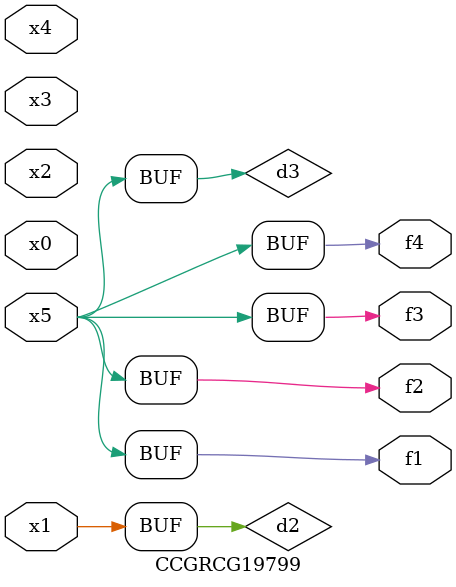
<source format=v>
module CCGRCG19799(
	input x0, x1, x2, x3, x4, x5,
	output f1, f2, f3, f4
);

	wire d1, d2, d3;

	not (d1, x5);
	or (d2, x1);
	xnor (d3, d1);
	assign f1 = d3;
	assign f2 = d3;
	assign f3 = d3;
	assign f4 = d3;
endmodule

</source>
